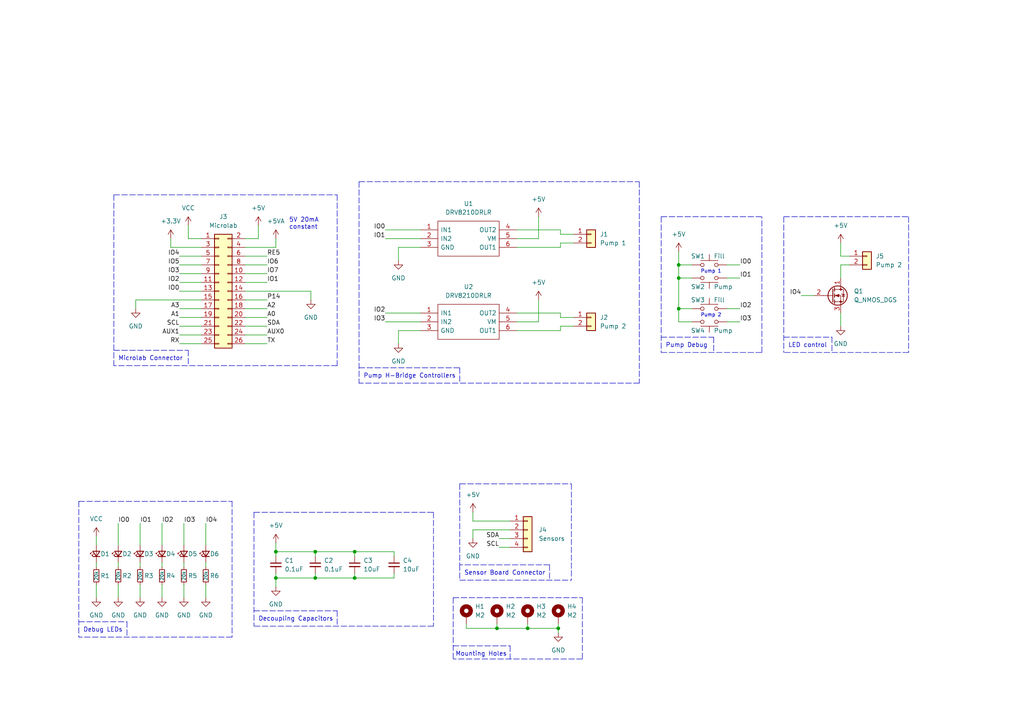
<source format=kicad_sch>
(kicad_sch (version 20211123) (generator eeschema)
  (paper "A4")
  (lib_symbols
    (symbol "Connector_Generic:Conn_01x02" (pin_names (offset 1.016) hide)
      (property "Reference" "J" (at 0 2.54 0))
      (property "Value" "Conn_01x02" (at 0 -5.08 0))
      (symbol "Conn_01x02_1_1"
        (rectangle (start -1.27 -2.413) (end 0 -2.667) (stroke (width 0.1524)))
        (rectangle (start -1.27 0.127) (end 0 -0.127) (stroke (width 0.1524)))
        (rectangle (start -1.27 1.27) (end 1.27 -3.81) (stroke (width 0.254)) (fill (type background)))
        (pin passive line (at -5.08 0 0) (length 3.81) (name "Pin_1") (number "1"))
        (pin passive line (at -5.08 -2.54 0) (length 3.81) (name "Pin_2") (number "2"))
      )
    )
    (symbol "Connector_Generic:Conn_01x04" (pin_names (offset 1.016) hide)
      (property "Reference" "J" (at 0 5.08 0))
      (property "Value" "Conn_01x04" (at 0 -7.62 0))
      (symbol "Conn_01x04_1_1"
        (rectangle (start -1.27 -4.953) (end 0 -5.207) (stroke (width 0.1524)))
        (rectangle (start -1.27 -2.413) (end 0 -2.667) (stroke (width 0.1524)))
        (rectangle (start -1.27 0.127) (end 0 -0.127) (stroke (width 0.1524)))
        (rectangle (start -1.27 2.667) (end 0 2.413) (stroke (width 0.1524)))
        (rectangle (start -1.27 3.81) (end 1.27 -6.35) (stroke (width 0.254)) (fill (type background)))
        (pin passive line (at -5.08 2.54 0) (length 3.81) (name "Pin_1") (number "1"))
        (pin passive line (at -5.08 0 0) (length 3.81) (name "Pin_2") (number "2"))
        (pin passive line (at -5.08 -2.54 0) (length 3.81) (name "Pin_3") (number "3"))
        (pin passive line (at -5.08 -5.08 0) (length 3.81) (name "Pin_4") (number "4"))
      )
    )
    (symbol "Connector_Generic:Conn_02x13_Odd_Even" (pin_names (offset 1.016) hide)
      (property "Reference" "J" (at 1.27 17.78 0))
      (property "Value" "Conn_02x13_Odd_Even" (at 1.27 -17.78 0))
      (symbol "Conn_02x13_Odd_Even_1_1"
        (rectangle (start -1.27 -15.113) (end 0 -15.367) (stroke (width 0.1524)))
        (rectangle (start -1.27 -12.573) (end 0 -12.827) (stroke (width 0.1524)))
        (rectangle (start -1.27 -10.033) (end 0 -10.287) (stroke (width 0.1524)))
        (rectangle (start -1.27 -7.493) (end 0 -7.747) (stroke (width 0.1524)))
        (rectangle (start -1.27 -4.953) (end 0 -5.207) (stroke (width 0.1524)))
        (rectangle (start -1.27 -2.413) (end 0 -2.667) (stroke (width 0.1524)))
        (rectangle (start -1.27 0.127) (end 0 -0.127) (stroke (width 0.1524)))
        (rectangle (start -1.27 2.667) (end 0 2.413) (stroke (width 0.1524)))
        (rectangle (start -1.27 5.207) (end 0 4.953) (stroke (width 0.1524)))
        (rectangle (start -1.27 7.747) (end 0 7.493) (stroke (width 0.1524)))
        (rectangle (start -1.27 10.287) (end 0 10.033) (stroke (width 0.1524)))
        (rectangle (start -1.27 12.827) (end 0 12.573) (stroke (width 0.1524)))
        (rectangle (start -1.27 15.367) (end 0 15.113) (stroke (width 0.1524)))
        (rectangle (start -1.27 16.51) (end 3.81 -16.51) (stroke (width 0.254)) (fill (type background)))
        (rectangle (start 3.81 -15.113) (end 2.54 -15.367) (stroke (width 0.1524)))
        (rectangle (start 3.81 -12.573) (end 2.54 -12.827) (stroke (width 0.1524)))
        (rectangle (start 3.81 -10.033) (end 2.54 -10.287) (stroke (width 0.1524)))
        (rectangle (start 3.81 -7.493) (end 2.54 -7.747) (stroke (width 0.1524)))
        (rectangle (start 3.81 -4.953) (end 2.54 -5.207) (stroke (width 0.1524)))
        (rectangle (start 3.81 -2.413) (end 2.54 -2.667) (stroke (width 0.1524)))
        (rectangle (start 3.81 0.127) (end 2.54 -0.127) (stroke (width 0.1524)))
        (rectangle (start 3.81 2.667) (end 2.54 2.413) (stroke (width 0.1524)))
        (rectangle (start 3.81 5.207) (end 2.54 4.953) (stroke (width 0.1524)))
        (rectangle (start 3.81 7.747) (end 2.54 7.493) (stroke (width 0.1524)))
        (rectangle (start 3.81 10.287) (end 2.54 10.033) (stroke (width 0.1524)))
        (rectangle (start 3.81 12.827) (end 2.54 12.573) (stroke (width 0.1524)))
        (rectangle (start 3.81 15.367) (end 2.54 15.113) (stroke (width 0.1524)))
        (pin passive line (at -5.08 15.24 0) (length 3.81) (name "Pin_1") (number "1"))
        (pin passive line (at 7.62 5.08 180) (length 3.81) (name "Pin_10") (number "10"))
        (pin passive line (at -5.08 2.54 0) (length 3.81) (name "Pin_11") (number "11"))
        (pin passive line (at 7.62 2.54 180) (length 3.81) (name "Pin_12") (number "12"))
        (pin passive line (at -5.08 0 0) (length 3.81) (name "Pin_13") (number "13"))
        (pin passive line (at 7.62 0 180) (length 3.81) (name "Pin_14") (number "14"))
        (pin passive line (at -5.08 -2.54 0) (length 3.81) (name "Pin_15") (number "15"))
        (pin passive line (at 7.62 -2.54 180) (length 3.81) (name "Pin_16") (number "16"))
        (pin passive line (at -5.08 -5.08 0) (length 3.81) (name "Pin_17") (number "17"))
        (pin passive line (at 7.62 -5.08 180) (length 3.81) (name "Pin_18") (number "18"))
        (pin passive line (at -5.08 -7.62 0) (length 3.81) (name "Pin_19") (number "19"))
        (pin passive line (at 7.62 15.24 180) (length 3.81) (name "Pin_2") (number "2"))
        (pin passive line (at 7.62 -7.62 180) (length 3.81) (name "Pin_20") (number "20"))
        (pin passive line (at -5.08 -10.16 0) (length 3.81) (name "Pin_21") (number "21"))
        (pin passive line (at 7.62 -10.16 180) (length 3.81) (name "Pin_22") (number "22"))
        (pin passive line (at -5.08 -12.7 0) (length 3.81) (name "Pin_23") (number "23"))
        (pin passive line (at 7.62 -12.7 180) (length 3.81) (name "Pin_24") (number "24"))
        (pin passive line (at -5.08 -15.24 0) (length 3.81) (name "Pin_25") (number "25"))
        (pin passive line (at 7.62 -15.24 180) (length 3.81) (name "Pin_26") (number "26"))
        (pin passive line (at -5.08 12.7 0) (length 3.81) (name "Pin_3") (number "3"))
        (pin passive line (at 7.62 12.7 180) (length 3.81) (name "Pin_4") (number "4"))
        (pin passive line (at -5.08 10.16 0) (length 3.81) (name "Pin_5") (number "5"))
        (pin passive line (at 7.62 10.16 180) (length 3.81) (name "Pin_6") (number "6"))
        (pin passive line (at -5.08 7.62 0) (length 3.81) (name "Pin_7") (number "7"))
        (pin passive line (at 7.62 7.62 180) (length 3.81) (name "Pin_8") (number "8"))
        (pin passive line (at -5.08 5.08 0) (length 3.81) (name "Pin_9") (number "9"))
      )
    )
    (symbol "Device:C_Small" (pin_numbers hide) (pin_names (offset 0.254) hide)
      (property "Reference" "C" (at 0.254 1.778 0))
      (property "Value" "C_Small" (at 0.254 -2.032 0))
      (symbol "C_Small_0_1"
        (polyline (pts (xy -1.524 -0.508) (xy 1.524 -0.508)) (stroke (width 0.3302)))
        (polyline (pts (xy -1.524 0.508) (xy 1.524 0.508)) (stroke (width 0.3048)))
      )
      (symbol "C_Small_1_1"
        (pin passive line (at 0 2.54 270) (length 2.032) (name "~") (number "1"))
        (pin passive line (at 0 -2.54 90) (length 2.032) (name "~") (number "2"))
      )
    )
    (symbol "Device:LED_Small" (pin_numbers hide) (pin_names (offset 0.254) hide)
      (property "Reference" "D" (at -1.27 3.175 0))
      (property "Value" "LED_Small" (at -4.445 -2.54 0))
      (symbol "LED_Small_0_1"
        (polyline (pts (xy -0.762 -1.016) (xy -0.762 1.016)) (stroke (width 0.254)))
        (polyline (pts (xy 1.016 0) (xy -0.762 0)))
        (polyline (pts (xy 0.762 -1.016) (xy -0.762 0) (xy 0.762 1.016) (xy 0.762 -1.016)) (stroke (width 0.254)))
        (polyline (pts (xy 0 0.762) (xy -0.508 1.27) (xy -0.254 1.27) (xy -0.508 1.27) (xy -0.508 1.016)))
        (polyline (pts (xy 0.508 1.27) (xy 0 1.778) (xy 0.254 1.778) (xy 0 1.778) (xy 0 1.524)))
      )
      (symbol "LED_Small_1_1"
        (pin passive line (at -2.54 0 0) (length 1.778) (name "K") (number "1"))
        (pin passive line (at 2.54 0 180) (length 1.778) (name "A") (number "2"))
      )
    )
    (symbol "Device:Q_NMOS_DGS" (pin_names (offset 0) hide)
      (property "Reference" "Q" (at 5.08 1.27 0))
      (property "Value" "Q_NMOS_DGS" (at 5.08 -1.27 0))
      (symbol "Q_NMOS_DGS_0_1"
        (polyline (pts (xy 0.254 0) (xy -2.54 0)))
        (polyline (pts (xy 0.254 1.905) (xy 0.254 -1.905)) (stroke (width 0.254)))
        (polyline (pts (xy 0.762 -1.27) (xy 0.762 -2.286)) (stroke (width 0.254)))
        (polyline (pts (xy 0.762 0.508) (xy 0.762 -0.508)) (stroke (width 0.254)))
        (polyline (pts (xy 0.762 2.286) (xy 0.762 1.27)) (stroke (width 0.254)))
        (polyline (pts (xy 2.54 2.54) (xy 2.54 1.778)))
        (polyline (pts (xy 2.54 -2.54) (xy 2.54 0) (xy 0.762 0)))
        (polyline (pts (xy 0.762 -1.778) (xy 3.302 -1.778) (xy 3.302 1.778) (xy 0.762 1.778)))
        (polyline (pts (xy 1.016 0) (xy 2.032 0.381) (xy 2.032 -0.381) (xy 1.016 0)) (fill (type outline)))
        (polyline (pts (xy 2.794 0.508) (xy 2.921 0.381) (xy 3.683 0.381) (xy 3.81 0.254)))
        (polyline (pts (xy 3.302 0.381) (xy 2.921 -0.254) (xy 3.683 -0.254) (xy 3.302 0.381)))
        (circle (center 1.651 0) (radius 2.794) (stroke (width 0.254)))
        (circle (center 2.54 -1.778) (radius 0.254) (fill (type outline)))
        (circle (center 2.54 1.778) (radius 0.254) (fill (type outline)))
      )
      (symbol "Q_NMOS_DGS_1_1"
        (pin passive line (at 2.54 5.08 270) (length 2.54) (name "D") (number "1"))
        (pin input line (at -5.08 0 0) (length 2.54) (name "G") (number "2"))
        (pin passive line (at 2.54 -5.08 90) (length 2.54) (name "S") (number "3"))
      )
    )
    (symbol "Device:R_Small" (pin_numbers hide) (pin_names (offset 0.254) hide)
      (property "Reference" "R" (at 0.762 0.508 0))
      (property "Value" "R_Small" (at 0.762 -1.016 0))
      (symbol "R_Small_0_1"
        (rectangle (start -0.762 1.778) (end 0.762 -1.778) (stroke (width 0.2032)))
      )
      (symbol "R_Small_1_1"
        (pin passive line (at 0 2.54 270) (length 0.762) (name "~") (number "1"))
        (pin passive line (at 0 -2.54 90) (length 0.762) (name "~") (number "2"))
      )
    )
    (symbol "Mechanical:MountingHole_Pad" (pin_numbers hide) (pin_names (offset 1.016) hide)
      (property "Reference" "H" (at 0 6.35 0))
      (property "Value" "MountingHole_Pad" (at 0 4.445 0))
      (symbol "MountingHole_Pad_0_1"
        (circle (center 0 1.27) (radius 1.27) (stroke (width 1.27)))
      )
      (symbol "MountingHole_Pad_1_1"
        (pin input line (at 0 -2.54 90) (length 2.54) (name "1") (number "1"))
      )
    )
    (symbol "Mouser:DRV8210DRLR" (pin_names (offset 0.762))
      (property "Reference" "IC" (at 24.13 7.62 0))
      (property "Value" "DRV8210DRLR" (at 24.13 5.08 0))
      (symbol "DRV8210DRLR_0_0"
        (pin passive line (at 0 0 0) (length 5.08) (name "IN1") (number "1"))
        (pin passive line (at 0 -2.54 0) (length 5.08) (name "IN2") (number "2"))
        (pin passive line (at 0 -5.08 0) (length 5.08) (name "GND") (number "3"))
        (pin passive line (at 27.94 0 180) (length 5.08) (name "OUT2") (number "4"))
        (pin passive line (at 27.94 -2.54 180) (length 5.08) (name "VM") (number "5"))
        (pin passive line (at 27.94 -5.08 180) (length 5.08) (name "OUT1") (number "6"))
      )
      (symbol "DRV8210DRLR_0_1"
        (polyline (pts (xy 5.08 2.54) (xy 22.86 2.54) (xy 22.86 -7.62) (xy 5.08 -7.62) (xy 5.08 2.54)) (stroke (width 0.1524)))
      )
    )
    (symbol "Switch:SW_Push" (pin_numbers hide) (pin_names (offset 1.016) hide)
      (property "Reference" "SW" (at 1.27 2.54 0))
      (property "Value" "SW_Push" (at 0 -1.524 0))
      (symbol "SW_Push_0_1"
        (circle (center -2.032 0) (radius 0.508))
        (polyline (pts (xy 0 1.27) (xy 0 3.048)))
        (polyline (pts (xy 2.54 1.27) (xy -2.54 1.27)))
        (circle (center 2.032 0) (radius 0.508))
        (pin passive line (at -5.08 0 0) (length 2.54) (name "1") (number "1"))
        (pin passive line (at 5.08 0 180) (length 2.54) (name "2") (number "2"))
      )
    )
    (symbol "power:+3.3V" (power) (pin_names (offset 0))
      (property "Value" "+3.3V" (at 0 3.556 0))
      (symbol "+3.3V_0_1"
        (polyline (pts (xy -0.762 1.27) (xy 0 2.54)))
        (polyline (pts (xy 0 0) (xy 0 2.54)))
        (polyline (pts (xy 0 2.54) (xy 0.762 1.27)))
      )
      (symbol "+3.3V_1_1"
        (pin power_in line (at 0 0 90) (length 0) hide (name "+3.3V") (number "1"))
      )
    )
    (symbol "power:+5V" (power) (pin_names (offset 0))
      (property "Value" "+5V" (at 0 3.556 0))
      (symbol "+5V_0_1"
        (polyline (pts (xy -0.762 1.27) (xy 0 2.54)))
        (polyline (pts (xy 0 0) (xy 0 2.54)))
        (polyline (pts (xy 0 2.54) (xy 0.762 1.27)))
      )
      (symbol "+5V_1_1"
        (pin power_in line (at 0 0 90) (length 0) hide (name "+5V") (number "1"))
      )
    )
    (symbol "power:+5VA" (power) (pin_names (offset 0))
      (property "Value" "+5VA" (at 0 3.556 0))
      (symbol "+5VA_0_1"
        (polyline (pts (xy -0.762 1.27) (xy 0 2.54)))
        (polyline (pts (xy 0 0) (xy 0 2.54)))
        (polyline (pts (xy 0 2.54) (xy 0.762 1.27)))
      )
      (symbol "+5VA_1_1"
        (pin power_in line (at 0 0 90) (length 0) hide (name "+5VA") (number "1"))
      )
    )
    (symbol "power:GND" (power) (pin_names (offset 0))
      (property "Value" "GND" (at 0 -3.81 0))
      (symbol "GND_0_1"
        (polyline (pts (xy 0 0) (xy 0 -1.27) (xy 1.27 -1.27) (xy 0 -2.54) (xy -1.27 -1.27) (xy 0 -1.27)))
      )
      (symbol "GND_1_1"
        (pin power_in line (at 0 0 270) (length 0) hide (name "GND") (number "1"))
      )
    )
    (symbol "power:VCC" (power) (pin_names (offset 0))
      (property "Value" "VCC" (at 0 3.81 0))
      (symbol "VCC_0_1"
        (polyline (pts (xy -0.762 1.27) (xy 0 2.54)))
        (polyline (pts (xy 0 0) (xy 0 2.54)))
        (polyline (pts (xy 0 2.54) (xy 0.762 1.27)))
      )
      (symbol "VCC_1_1"
        (pin power_in line (at 0 0 90) (length 0) hide (name "VCC") (number "1"))
      )
    )
  )
  (junction (at 102.87 160.02))
  (junction (at 80.01 167.64))
  (junction (at 196.85 76.835))
  (junction (at 161.925 182.245))
  (junction (at 80.01 160.02))
  (junction (at 102.87 167.64))
  (junction (at 196.85 89.535))
  (junction (at 91.44 160.02))
  (junction (at 153.035 182.245))
  (junction (at 91.44 167.64))
  (junction (at 196.85 80.645))
  (junction (at 144.145 182.245))
  (polyline (pts (xy 22.86 145.415) (xy 22.86 184.785)))
  (wire (pts (xy 34.29 169.545) (xy 34.29 173.355)))
  (polyline (pts (xy 185.42 111.125) (xy 104.14 111.125)))
  (wire (pts (xy 27.94 163.195) (xy 27.94 164.465)))
  (wire (pts (xy 147.955 151.13) (xy 137.16 151.13)))
  (wire (pts (xy 71.12 92.075) (xy 77.47 92.075)))
  (wire (pts (xy 144.145 182.245) (xy 153.035 182.245)))
  (wire (pts (xy 71.12 84.455) (xy 90.17 84.455)))
  (wire (pts (xy 161.925 183.515) (xy 161.925 182.245)))
  (polyline (pts (xy 125.73 148.59) (xy 125.73 181.61)))
  (wire (pts (xy 71.12 97.155) (xy 77.47 97.155)))
  (wire (pts (xy 46.99 169.545) (xy 46.99 173.355)))
  (wire (pts (xy 52.07 81.915) (xy 58.42 81.915)))
  (wire (pts (xy 58.42 86.995) (xy 39.37 86.995)))
  (wire (pts (xy 232.41 85.725) (xy 236.22 85.725)))
  (wire (pts (xy 115.57 99.695) (xy 115.57 95.885)))
  (polyline (pts (xy 125.73 181.61) (xy 73.66 181.61)))
  (wire (pts (xy 114.3 167.64) (xy 114.3 166.37)))
  (polyline (pts (xy 73.66 148.59) (xy 125.73 148.59)))
  (polyline (pts (xy 22.86 145.415) (xy 67.31 145.415)))
  (wire (pts (xy 162.56 71.755) (xy 149.86 71.755)))
  (wire (pts (xy 200.66 93.345) (xy 196.85 93.345)))
  (wire (pts (xy 80.01 157.48) (xy 80.01 160.02)))
  (wire (pts (xy 115.57 75.565) (xy 115.57 71.755)))
  (wire (pts (xy 149.86 66.675) (xy 162.56 66.675)))
  (wire (pts (xy 196.85 76.835) (xy 196.85 80.645)))
  (wire (pts (xy 52.07 79.375) (xy 58.42 79.375)))
  (polyline (pts (xy 33.02 101.6) (xy 54.61 101.6)))
  (wire (pts (xy 52.07 94.615) (xy 58.42 94.615)))
  (polyline (pts (xy 227.33 62.865) (xy 263.525 62.865)))
  (wire (pts (xy 52.07 97.155) (xy 58.42 97.155)))
  (polyline (pts (xy 147.955 187.325) (xy 147.955 191.135)))
  (polyline (pts (xy 191.77 102.235) (xy 220.98 102.235)))
  (polyline (pts (xy 263.525 62.865) (xy 263.525 102.235)))
  (wire (pts (xy 90.17 84.455) (xy 90.17 86.995)))
  (wire (pts (xy 111.76 90.805) (xy 121.92 90.805)))
  (wire (pts (xy 102.87 160.02) (xy 114.3 160.02)))
  (polyline (pts (xy 191.77 97.79) (xy 207.01 97.79)))
  (wire (pts (xy 161.925 182.245) (xy 161.925 180.975)))
  (polyline (pts (xy 159.385 163.83) (xy 133.35 163.83)))
  (wire (pts (xy 71.12 76.835) (xy 77.47 76.835)))
  (wire (pts (xy 71.12 69.215) (xy 74.93 69.215)))
  (wire (pts (xy 74.93 69.215) (xy 74.93 65.405)))
  (wire (pts (xy 135.255 180.975) (xy 135.255 182.245)))
  (polyline (pts (xy 133.35 106.68) (xy 133.35 111.125)))
  (wire (pts (xy 71.12 89.535) (xy 77.47 89.535)))
  (wire (pts (xy 71.12 94.615) (xy 77.47 94.615)))
  (wire (pts (xy 162.56 92.075) (xy 166.37 92.075)))
  (wire (pts (xy 40.64 169.545) (xy 40.64 173.355)))
  (wire (pts (xy 166.37 70.485) (xy 162.56 70.485)))
  (wire (pts (xy 52.07 84.455) (xy 58.42 84.455)))
  (polyline (pts (xy 73.66 177.165) (xy 97.79 177.165)))
  (wire (pts (xy 135.255 182.245) (xy 144.145 182.245)))
  (wire (pts (xy 49.53 69.215) (xy 49.53 71.755)))
  (wire (pts (xy 52.07 92.075) (xy 58.42 92.075)))
  (polyline (pts (xy 133.35 140.335) (xy 165.735 140.335)))
  (wire (pts (xy 71.12 79.375) (xy 77.47 79.375)))
  (polyline (pts (xy 207.01 97.79) (xy 207.01 102.235)))
  (polyline (pts (xy 104.14 52.705) (xy 104.14 111.125)))
  (wire (pts (xy 71.12 86.995) (xy 77.47 86.995)))
  (wire (pts (xy 144.145 180.975) (xy 144.145 182.245)))
  (wire (pts (xy 80.01 167.64) (xy 91.44 167.64)))
  (polyline (pts (xy 133.35 163.83) (xy 133.35 168.275)))
  (polyline (pts (xy 227.33 62.865) (xy 227.33 102.235)))
  (wire (pts (xy 53.34 151.765) (xy 53.34 158.115)))
  (wire (pts (xy 243.84 74.295) (xy 246.38 74.295)))
  (wire (pts (xy 156.21 93.345) (xy 149.86 93.345)))
  (wire (pts (xy 196.85 80.645) (xy 196.85 89.535)))
  (polyline (pts (xy 36.83 180.34) (xy 36.83 184.785)))
  (wire (pts (xy 80.01 167.64) (xy 80.01 170.18)))
  (wire (pts (xy 91.44 166.37) (xy 91.44 167.64)))
  (wire (pts (xy 102.87 166.37) (xy 102.87 167.64)))
  (wire (pts (xy 52.07 74.295) (xy 58.42 74.295)))
  (wire (pts (xy 40.64 163.195) (xy 40.64 164.465)))
  (wire (pts (xy 162.56 90.805) (xy 162.56 92.075)))
  (polyline (pts (xy 73.66 148.59) (xy 73.66 181.61)))
  (wire (pts (xy 246.38 76.835) (xy 243.84 76.835)))
  (wire (pts (xy 54.61 69.215) (xy 58.42 69.215)))
  (wire (pts (xy 111.76 66.675) (xy 121.92 66.675)))
  (wire (pts (xy 71.12 81.915) (xy 77.47 81.915)))
  (wire (pts (xy 153.035 180.975) (xy 153.035 182.245)))
  (polyline (pts (xy 191.77 62.865) (xy 191.77 102.235)))
  (polyline (pts (xy 185.42 52.705) (xy 185.42 111.125)))
  (wire (pts (xy 34.29 163.195) (xy 34.29 164.465)))
  (polyline (pts (xy 97.79 56.515) (xy 97.79 106.045)))
  (wire (pts (xy 27.94 169.545) (xy 27.94 173.355)))
  (wire (pts (xy 115.57 95.885) (xy 121.92 95.885)))
  (polyline (pts (xy 54.61 101.6) (xy 54.61 106.045)))
  (polyline (pts (xy 104.14 52.705) (xy 185.42 52.705)))
  (polyline (pts (xy 33.02 56.515) (xy 33.02 106.045)))
  (wire (pts (xy 52.07 89.535) (xy 58.42 89.535)))
  (polyline (pts (xy 67.31 184.785) (xy 22.86 184.785)))
  (wire (pts (xy 111.76 69.215) (xy 121.92 69.215)))
  (wire (pts (xy 102.87 160.02) (xy 102.87 161.29)))
  (wire (pts (xy 49.53 71.755) (xy 58.42 71.755)))
  (wire (pts (xy 27.94 158.115) (xy 27.94 155.575)))
  (wire (pts (xy 53.34 163.195) (xy 53.34 164.465)))
  (wire (pts (xy 40.64 151.765) (xy 40.64 158.115)))
  (wire (pts (xy 137.16 156.21) (xy 137.16 153.67)))
  (polyline (pts (xy 33.02 56.515) (xy 97.79 56.515)))
  (polyline (pts (xy 168.91 173.355) (xy 168.91 191.135)))
  (wire (pts (xy 144.78 156.21) (xy 147.955 156.21)))
  (polyline (pts (xy 97.79 177.165) (xy 97.79 181.61)))
  (wire (pts (xy 162.56 67.945) (xy 166.37 67.945)))
  (wire (pts (xy 144.78 158.75) (xy 147.955 158.75)))
  (wire (pts (xy 156.21 86.995) (xy 156.21 93.345)))
  (polyline (pts (xy 191.77 62.865) (xy 220.98 62.865)))
  (polyline (pts (xy 133.35 140.335) (xy 133.35 163.83)))
  (polyline (pts (xy 97.79 106.045) (xy 33.02 106.045)))
  (wire (pts (xy 59.69 169.545) (xy 59.69 173.355)))
  (wire (pts (xy 39.37 86.995) (xy 39.37 89.535)))
  (polyline (pts (xy 133.35 168.275) (xy 165.735 168.275)))
  (wire (pts (xy 52.07 99.695) (xy 58.42 99.695)))
  (wire (pts (xy 210.82 80.645) (xy 214.63 80.645)))
  (wire (pts (xy 46.99 151.765) (xy 46.99 158.115)))
  (wire (pts (xy 80.01 166.37) (xy 80.01 167.64)))
  (wire (pts (xy 196.85 93.345) (xy 196.85 89.535)))
  (wire (pts (xy 80.01 160.02) (xy 91.44 160.02)))
  (wire (pts (xy 46.99 163.195) (xy 46.99 164.465)))
  (wire (pts (xy 91.44 167.64) (xy 102.87 167.64)))
  (wire (pts (xy 71.12 74.295) (xy 77.47 74.295)))
  (wire (pts (xy 71.12 99.695) (xy 77.47 99.695)))
  (wire (pts (xy 156.21 62.865) (xy 156.21 69.215)))
  (wire (pts (xy 34.29 151.765) (xy 34.29 158.115)))
  (wire (pts (xy 102.87 167.64) (xy 114.3 167.64)))
  (polyline (pts (xy 104.14 106.68) (xy 133.35 106.68)))
  (wire (pts (xy 59.69 151.765) (xy 59.69 158.115)))
  (wire (pts (xy 196.85 89.535) (xy 200.66 89.535)))
  (wire (pts (xy 166.37 94.615) (xy 162.56 94.615)))
  (wire (pts (xy 196.85 76.835) (xy 200.66 76.835)))
  (wire (pts (xy 196.85 80.645) (xy 200.66 80.645)))
  (wire (pts (xy 153.035 182.245) (xy 161.925 182.245)))
  (polyline (pts (xy 22.86 180.34) (xy 36.83 180.34)))
  (wire (pts (xy 162.56 66.675) (xy 162.56 67.945)))
  (wire (pts (xy 91.44 160.02) (xy 102.87 160.02)))
  (polyline (pts (xy 131.445 187.325) (xy 147.955 187.325)))
  (polyline (pts (xy 159.385 163.83) (xy 159.385 168.275)))
  (wire (pts (xy 210.82 93.345) (xy 214.63 93.345)))
  (polyline (pts (xy 131.445 173.355) (xy 131.445 191.135)))
  (polyline (pts (xy 220.98 102.235) (xy 220.98 62.865)))
  (wire (pts (xy 210.82 89.535) (xy 214.63 89.535)))
  (wire (pts (xy 149.86 90.805) (xy 162.56 90.805)))
  (wire (pts (xy 156.21 69.215) (xy 149.86 69.215)))
  (wire (pts (xy 162.56 95.885) (xy 149.86 95.885)))
  (wire (pts (xy 91.44 160.02) (xy 91.44 161.29)))
  (wire (pts (xy 137.16 153.67) (xy 147.955 153.67)))
  (wire (pts (xy 80.01 160.02) (xy 80.01 161.29)))
  (polyline (pts (xy 131.445 173.355) (xy 168.91 173.355)))
  (wire (pts (xy 52.07 76.835) (xy 58.42 76.835)))
  (polyline (pts (xy 67.31 145.415) (xy 67.31 184.785)))
  (polyline (pts (xy 241.3 97.79) (xy 241.3 102.235)))
  (wire (pts (xy 53.34 169.545) (xy 53.34 173.355)))
  (wire (pts (xy 162.56 94.615) (xy 162.56 95.885)))
  (wire (pts (xy 243.84 70.485) (xy 243.84 74.295)))
  (wire (pts (xy 196.85 73.025) (xy 196.85 76.835)))
  (polyline (pts (xy 227.33 97.79) (xy 241.3 97.79)))
  (polyline (pts (xy 263.525 102.235) (xy 227.33 102.235)))
  (wire (pts (xy 80.01 71.755) (xy 80.01 69.215)))
  (wire (pts (xy 243.84 90.805) (xy 243.84 94.615)))
  (wire (pts (xy 71.12 71.755) (xy 80.01 71.755)))
  (wire (pts (xy 114.3 160.02) (xy 114.3 161.29)))
  (wire (pts (xy 243.84 76.835) (xy 243.84 80.645)))
  (wire (pts (xy 137.16 148.59) (xy 137.16 151.13)))
  (wire (pts (xy 111.76 93.345) (xy 121.92 93.345)))
  (wire (pts (xy 115.57 71.755) (xy 121.92 71.755)))
  (wire (pts (xy 59.69 163.195) (xy 59.69 164.465)))
  (wire (pts (xy 54.61 65.405) (xy 54.61 69.215)))
  (wire (pts (xy 162.56 70.485) (xy 162.56 71.755)))
  (wire (pts (xy 210.82 76.835) (xy 214.63 76.835)))
  (polyline (pts (xy 168.91 191.135) (xy 131.445 191.135)))
  (polyline (pts (xy 165.735 140.335) (xy 165.735 168.275)))
  (text "Pump H-Bridge Controllers" (at 105.41 109.855 0) (effects (font (size 1.27 1.27)) (justify left bottom)))
  (text "LED control" (at 228.6 100.965 0) (effects (font (size 1.27 1.27)) (justify left bottom)))
  (text "Pump 1" (at 203.2 79.375 0) (effects (font (size 1 1)) (justify left bottom)))
  (text "Microlab Connector\n" (at 34.29 104.775 0) (effects (font (size 1.27 1.27)) (justify left bottom)))
  (text "5V 20mA \nconstant" (at 83.82 66.675 0) (effects (font (size 1.27 1.27)) (justify left bottom)))
  (text "Debug LEDs" (at 24.13 183.515 0) (effects (font (size 1.27 1.27)) (justify left bottom)))
  (text "Mounting Holes" (at 132.08 190.5 0) (effects (font (size 1.27 1.27)) (justify left bottom)))
  (text "Pump Debug" (at 193.04 100.965 0) (effects (font (size 1.27 1.27)) (justify left bottom)))
  (text "Decoupling Capacitors" (at 74.93 180.34 0) (effects (font (size 1.27 1.27)) (justify left bottom)))
  (text "Pump 2" (at 203.2 92.075 0) (effects (font (size 1 1)) (justify left bottom)))
  (text "Sensor Board Connector" (at 134.62 167.005 0) (effects (font (size 1.27 1.27)) (justify left bottom)))
  (label "IO4" (at 59.69 151.765 0))
  (label "IO4" (at 232.41 85.725 180))
  (label "SDA" (at 144.78 156.21 180))
  (label "IO7" (at 77.47 79.375 0))
  (label "IO0" (at 111.76 66.675 180))
  (label " IO3" (at 52.07 79.375 180))
  (label "IO0" (at 214.63 76.835 0))
  (label "IO3" (at 111.76 93.345 180))
  (label "TX" (at 77.47 99.695 0))
  (label "A0" (at 77.47 92.075 0))
  (label "IO1" (at 214.63 80.645 0))
  (label "AUX0" (at 77.47 97.155 0))
  (label "SCL" (at 52.07 94.615 180))
  (label "IO3" (at 214.63 93.345 0))
  (label "IO2" (at 214.63 89.535 0))
  (label "A3" (at 52.07 89.535 180))
  (label "A2" (at 77.47 89.535 0))
  (label "IO1" (at 77.47 81.915 0))
  (label "P14" (at 77.47 86.995 0))
  (label "SCL" (at 144.78 158.75 180))
  (label "IO4" (at 52.07 74.295 180))
  (label "IO0" (at 34.29 151.765 0))
  (label "IO3" (at 53.34 151.765 0))
  (label "IO0" (at 52.07 84.455 180))
  (label "IO1" (at 40.64 151.765 0))
  (label "IO2" (at 52.07 81.915 180))
  (label "IO2" (at 111.76 90.805 180))
  (label "RX" (at 52.07 99.695 180))
  (label "IO1" (at 111.76 69.215 180))
  (label "RE5" (at 77.47 74.295 0))
  (label "IO5" (at 52.07 76.835 180))
  (label "A1" (at 52.07 92.075 180))
  (label "AUX1" (at 52.07 97.155 180))
  (label "IO2" (at 46.99 151.765 0))
  (label "IO6" (at 77.47 76.835 0))
  (label "SDA" (at 77.47 94.615 0))
  (symbol (lib_id "Mouser:DRV8210DRLR") (at 121.92 90.805 0) (unit 1)
    (property "Reference" "U2" (at 135.89 83.185 0))
    (property "Value" "DRV8210DRLR" (at 135.89 85.725 0))
    (property "Footprint" "Mouser:SOTFL50P160X60-6N" (effects hide))
    (property "Datasheet" "https://www.ti.com/lit/ds/symlink/drv8210.pdf?ts=1641207817417&ref_url=https%253A%252F%252Fwww.google.com%252F" (effects hide))
    (property "Description" "Motor / Motion / Ignition Controllers & Drivers 12-V, 1.76-A brushed DC motor driver with auto sleep mode" (effects hide))
    (property "Height" "0.6" (effects hide))
    (property "Mouser Part Number" "595-DRV8210DRLR" (effects hide))
    (property "Mouser Price/Stock" "https://www.mouser.co.uk/ProductDetail/Texas-Instruments/DRV8210DRLR?qs=7D1LtPJG0i1B1CHsXZuruQ%3D%3D" (effects hide))
    (property "Manufacturer_Name" "Texas Instruments" (effects hide))
    (property "Manufacturer_Part_Number" "DRV8210DRLR" (effects hide))
  )
  (symbol (lib_id "Device:C_Small") (at 91.44 163.83 0) (unit 1)
    (property "Reference" "C2" (at 93.98 162.5662 0) (effects (justify left)))
    (property "Value" "0.1uF" (at 93.98 165.1062 0) (effects (justify left)))
    (property "Footprint" "Capacitor_SMD:C_0402_1005Metric_Pad0.74x0.62mm_HandSolder" (effects hide))
  )
  (symbol (lib_id "Switch:SW_Push") (at 205.74 93.345 0) (mirror x) (unit 1)
    (property "Reference" "SW4" (at 204.47 95.885 0) (effects (justify right)))
    (property "Value" "Pump" (at 207.01 95.885 0) (effects (justify left)))
    (property "Footprint" "Button_Switch_SMD:SW_SPST_B3U-3000P" (effects hide))
  )
  (symbol (lib_id "power:GND") (at 243.84 94.615 0) (unit 1)
    (property "Reference" "#PWR0119" (effects hide))
    (property "Value" "GND" (at 243.84 99.695 0))
  )
  (symbol (lib_id "power:GND") (at 80.01 170.18 0) (unit 1)
    (property "Reference" "#PWR0108" (effects hide))
    (property "Value" "GND" (at 80.01 175.26 0))
  )
  (symbol (lib_id "Connector_Generic:Conn_01x04") (at 153.035 153.67 0) (unit 1)
    (property "Reference" "J4" (at 156.21 153.6699 0) (effects (justify left)))
    (property "Value" "Sensors" (at 156.21 156.2099 0) (effects (justify left)))
    (property "Footprint" "Connector_JST:JST_SH_BM04B-SRSS-TB_1x04-1MP_P1.00mm_Vertical" (effects hide))
  )
  (symbol (lib_id "Switch:SW_Push") (at 205.74 80.645 0) (mirror x) (unit 1)
    (property "Reference" "SW2" (at 204.47 83.185 0) (effects (justify right)))
    (property "Value" "Pump" (at 207.01 83.185 0) (effects (justify left)))
    (property "Footprint" "Button_Switch_SMD:SW_SPST_B3U-3000P" (effects hide))
  )
  (symbol (lib_id "power:+3.3V") (at 49.53 69.215 0) (unit 1)
    (property "Reference" "#PWR0101" (effects hide))
    (property "Value" "+3.3V" (at 49.53 64.135 0))
  )
  (symbol (lib_id "Device:LED_Small") (at 40.64 160.655 90) (unit 1)
    (property "Reference" "D3" (at 43.18 160.655 90))
    (property "Value" "APHHS1005LSECK/J3-PF" (effects hide))
    (property "Footprint" "LED_SMD:LED_0402_1005Metric_Pad0.77x0.64mm_HandSolder" (effects hide))
  )
  (symbol (lib_id "Device:LED_Small") (at 34.29 160.655 90) (unit 1)
    (property "Reference" "D2" (at 36.83 160.655 90))
    (property "Value" "APHHS1005LSECK/J3-PF" (effects hide))
    (property "Footprint" "LED_SMD:LED_0402_1005Metric_Pad0.77x0.64mm_HandSolder" (effects hide))
  )
  (symbol (lib_id "Mouser:DRV8210DRLR") (at 121.92 66.675 0) (unit 1)
    (property "Reference" "U1" (at 135.89 59.055 0))
    (property "Value" "DRV8210DRLR" (at 135.89 61.595 0))
    (property "Footprint" "Mouser:SOTFL50P160X60-6N" (effects hide))
    (property "Datasheet" "https://www.ti.com/lit/ds/symlink/drv8210.pdf?ts=1641207817417&ref_url=https%253A%252F%252Fwww.google.com%252F" (effects hide))
    (property "Description" "Motor / Motion / Ignition Controllers & Drivers 12-V, 1.76-A brushed DC motor driver with auto sleep mode" (effects hide))
    (property "Height" "0.6" (effects hide))
    (property "Mouser Part Number" "595-DRV8210DRLR" (effects hide))
    (property "Mouser Price/Stock" "https://www.mouser.co.uk/ProductDetail/Texas-Instruments/DRV8210DRLR?qs=7D1LtPJG0i1B1CHsXZuruQ%3D%3D" (effects hide))
    (property "Manufacturer_Name" "Texas Instruments" (effects hide))
    (property "Manufacturer_Part_Number" "DRV8210DRLR" (effects hide))
  )
  (symbol (lib_id "power:GND") (at 115.57 99.695 0) (unit 1)
    (property "Reference" "#PWR0113" (effects hide))
    (property "Value" "GND" (at 115.57 104.775 0))
  )
  (symbol (lib_id "Device:Q_NMOS_DGS") (at 241.3 85.725 0) (unit 1)
    (property "Reference" "Q1" (at 247.65 84.4549 0) (effects (justify left)))
    (property "Value" "Q_NMOS_DGS" (at 247.65 86.9949 0) (effects (justify left)))
    (property "Footprint" "Package_TO_SOT_SMD:SOT-23" (effects hide))
  )
  (symbol (lib_id "power:VCC") (at 27.94 155.575 0) (unit 1)
    (property "Reference" "#PWR0115" (effects hide))
    (property "Value" "VCC" (at 27.94 150.495 0))
  )
  (symbol (lib_id "power:GND") (at 46.99 173.355 0) (unit 1)
    (property "Reference" "#PWR0109" (effects hide))
    (property "Value" "GND" (at 46.99 178.435 0))
  )
  (symbol (lib_id "Device:R_Small") (at 40.64 167.005 0) (unit 1)
    (property "Reference" "R3" (at 43.18 167.005 0))
    (property "Value" "20k" (at 40.64 167.005 90) (effects (font (size 1 1))))
    (property "Footprint" "Resistor_SMD:R_0402_1005Metric_Pad0.72x0.64mm_HandSolder" (effects hide))
  )
  (symbol (lib_id "power:GND") (at 59.69 173.355 0) (unit 1)
    (property "Reference" "#PWR0112" (effects hide))
    (property "Value" "GND" (at 59.69 178.435 0))
  )
  (symbol (lib_id "power:GND") (at 39.37 89.535 0) (unit 1)
    (property "Reference" "#PWR0102" (effects hide))
    (property "Value" "GND" (at 39.37 94.615 0))
  )
  (symbol (lib_id "power:GND") (at 161.925 183.515 0) (unit 1)
    (property "Reference" "#PWR0125" (effects hide))
    (property "Value" "GND" (at 161.925 188.595 0))
  )
  (symbol (lib_id "power:GND") (at 53.34 173.355 0) (unit 1)
    (property "Reference" "#PWR0110" (effects hide))
    (property "Value" "GND" (at 53.34 178.435 0))
  )
  (symbol (lib_id "Mechanical:MountingHole_Pad") (at 161.925 178.435 0) (unit 1)
    (property "Reference" "H4" (at 164.465 175.8949 0) (effects (justify left)))
    (property "Value" "M2" (at 164.465 178.4349 0) (effects (justify left)))
    (property "Footprint" "MountingHole:MountingHole_2.2mm_M2_DIN965_Pad" (effects hide))
  )
  (symbol (lib_id "power:GND") (at 34.29 173.355 0) (unit 1)
    (property "Reference" "#PWR0116" (effects hide))
    (property "Value" "GND" (at 34.29 178.435 0))
  )
  (symbol (lib_id "Mechanical:MountingHole_Pad") (at 144.145 178.435 0) (unit 1)
    (property "Reference" "H2" (at 146.685 175.8949 0) (effects (justify left)))
    (property "Value" "M2" (at 146.685 178.4349 0) (effects (justify left)))
    (property "Footprint" "MountingHole:MountingHole_2.2mm_M2_DIN965_Pad" (effects hide))
  )
  (symbol (lib_id "power:VCC") (at 54.61 65.405 0) (unit 1)
    (property "Reference" "#PWR0105" (effects hide))
    (property "Value" "VCC" (at 54.61 60.325 0))
  )
  (symbol (lib_id "power:GND") (at 90.17 86.995 0) (unit 1)
    (property "Reference" "#PWR0104" (effects hide))
    (property "Value" "GND" (at 90.17 92.075 0))
  )
  (symbol (lib_id "Mechanical:MountingHole_Pad") (at 153.035 178.435 0) (unit 1)
    (property "Reference" "H3" (at 155.575 175.8949 0) (effects (justify left)))
    (property "Value" "M2" (at 155.575 178.4349 0) (effects (justify left)))
    (property "Footprint" "MountingHole:MountingHole_2.2mm_M2_DIN965_Pad" (effects hide))
  )
  (symbol (lib_id "power:GND") (at 115.57 75.565 0) (unit 1)
    (property "Reference" "#PWR0114" (effects hide))
    (property "Value" "GND" (at 115.57 80.645 0))
  )
  (symbol (lib_id "Connector_Generic:Conn_02x13_Odd_Even") (at 63.5 84.455 0) (unit 1)
    (property "Reference" "J3" (at 64.77 62.865 0))
    (property "Value" "Microlab" (at 64.77 65.405 0))
    (property "Footprint" "Connector_PinSocket_2.00mm:PinSocket_2x13_P2.00mm_Vertical" (effects hide))
  )
  (symbol (lib_id "Device:R_Small") (at 46.99 167.005 0) (unit 1)
    (property "Reference" "R4" (at 49.53 167.005 0))
    (property "Value" "20k" (at 46.99 167.005 90) (effects (font (size 1 1))))
    (property "Footprint" "Resistor_SMD:R_0402_1005Metric_Pad0.72x0.64mm_HandSolder" (effects hide))
  )
  (symbol (lib_id "Connector_Generic:Conn_01x02") (at 171.45 92.075 0) (unit 1)
    (property "Reference" "J2" (at 173.99 92.0749 0) (effects (justify left)))
    (property "Value" "Pump 2" (at 173.99 94.6149 0) (effects (justify left)))
    (property "Footprint" "Connector_JST:JST_SH_BM02B-SRSS-TB_1x02-1MP_P1.00mm_Vertical" (effects hide))
  )
  (symbol (lib_id "power:+5V") (at 80.01 157.48 0) (unit 1)
    (property "Reference" "#PWR0107" (effects hide))
    (property "Value" "+5V" (at 80.01 152.4 0))
  )
  (symbol (lib_id "Device:R_Small") (at 27.94 167.005 0) (unit 1)
    (property "Reference" "R1" (at 30.48 167.005 0))
    (property "Value" "20k" (at 27.94 167.005 90) (effects (font (size 1 1))))
    (property "Footprint" "Resistor_SMD:R_0402_1005Metric_Pad0.72x0.64mm_HandSolder" (effects hide))
  )
  (symbol (lib_id "Connector_Generic:Conn_01x02") (at 171.45 67.945 0) (unit 1)
    (property "Reference" "J1" (at 173.99 67.9449 0) (effects (justify left)))
    (property "Value" "Pump 1" (at 173.99 70.4849 0) (effects (justify left)))
    (property "Footprint" "Connector_JST:JST_SH_BM02B-SRSS-TB_1x02-1MP_P1.00mm_Vertical" (effects hide))
  )
  (symbol (lib_id "Mechanical:MountingHole_Pad") (at 135.255 178.435 0) (unit 1)
    (property "Reference" "H1" (at 137.795 175.8949 0) (effects (justify left)))
    (property "Value" "M2" (at 137.795 178.4349 0) (effects (justify left)))
    (property "Footprint" "MountingHole:MountingHole_2.2mm_M2_DIN965_Pad" (effects hide))
  )
  (symbol (lib_id "Device:LED_Small") (at 53.34 160.655 90) (unit 1)
    (property "Reference" "D5" (at 55.88 160.655 90))
    (property "Value" "APHHS1005LSECK/J3-PF" (effects hide))
    (property "Footprint" "LED_SMD:LED_0402_1005Metric_Pad0.77x0.64mm_HandSolder" (effects hide))
  )
  (symbol (lib_id "Connector_Generic:Conn_01x02") (at 251.46 74.295 0) (unit 1)
    (property "Reference" "J5" (at 254 74.2949 0) (effects (justify left)))
    (property "Value" "Pump 2" (at 254 76.8349 0) (effects (justify left)))
    (property "Footprint" "Connector_JST:JST_SH_BM02B-SRSS-TB_1x02-1MP_P1.00mm_Vertical" (effects hide))
  )
  (symbol (lib_id "power:GND") (at 40.64 173.355 0) (unit 1)
    (property "Reference" "#PWR0111" (effects hide))
    (property "Value" "GND" (at 40.64 178.435 0))
  )
  (symbol (lib_id "Switch:SW_Push") (at 205.74 76.835 0) (unit 1)
    (property "Reference" "SW1" (at 204.47 74.295 0) (effects (justify right)))
    (property "Value" "Fill" (at 207.01 74.295 0) (effects (justify left)))
    (property "Footprint" "Button_Switch_SMD:SW_SPST_B3U-3000P" (effects hide))
  )
  (symbol (lib_id "Device:LED_Small") (at 59.69 160.655 90) (unit 1)
    (property "Reference" "D6" (at 62.23 160.655 90))
    (property "Value" "APHHS1005LSECK/J3-PF" (effects hide))
    (property "Footprint" "LED_SMD:LED_0402_1005Metric_Pad0.77x0.64mm_HandSolder" (effects hide))
  )
  (symbol (lib_id "Device:R_Small") (at 59.69 167.005 0) (unit 1)
    (property "Reference" "R6" (at 62.23 167.005 0))
    (property "Value" "20k" (at 59.69 167.005 90) (effects (font (size 1 1))))
    (property "Footprint" "Resistor_SMD:R_0402_1005Metric_Pad0.72x0.64mm_HandSolder" (effects hide))
  )
  (symbol (lib_id "power:GND") (at 27.94 173.355 0) (unit 1)
    (property "Reference" "#PWR0117" (effects hide))
    (property "Value" "GND" (at 27.94 178.435 0))
  )
  (symbol (lib_id "Device:LED_Small") (at 46.99 160.655 90) (unit 1)
    (property "Reference" "D4" (at 49.53 160.655 90))
    (property "Value" "APHHS1005LSECK/J3-PF" (effects hide))
    (property "Footprint" "LED_SMD:LED_0402_1005Metric_Pad0.77x0.64mm_HandSolder" (effects hide))
  )
  (symbol (lib_id "power:GND") (at 137.16 156.21 0) (unit 1)
    (property "Reference" "#PWR0122" (effects hide))
    (property "Value" "GND" (at 137.16 161.29 0))
  )
  (symbol (lib_id "power:+5V") (at 156.21 86.995 0) (unit 1)
    (property "Reference" "#PWR0123" (effects hide))
    (property "Value" "+5V" (at 156.21 81.915 0))
  )
  (symbol (lib_id "Device:LED_Small") (at 27.94 160.655 90) (unit 1)
    (property "Reference" "D1" (at 30.48 160.655 90))
    (property "Value" "APHHS1005LSECK/J3-PF" (effects hide))
    (property "Footprint" "LED_SMD:LED_0402_1005Metric_Pad0.77x0.64mm_HandSolder" (effects hide))
  )
  (symbol (lib_id "Device:R_Small") (at 53.34 167.005 0) (unit 1)
    (property "Reference" "R5" (at 55.88 167.005 0))
    (property "Value" "20k" (at 53.34 167.005 90) (effects (font (size 1 1))))
    (property "Footprint" "Resistor_SMD:R_0402_1005Metric_Pad0.72x0.64mm_HandSolder" (effects hide))
  )
  (symbol (lib_id "power:+5V") (at 137.16 148.59 0) (unit 1)
    (property "Reference" "#PWR0121" (effects hide))
    (property "Value" "+5V" (at 137.16 143.51 0))
  )
  (symbol (lib_id "power:+5V") (at 156.21 62.865 0) (unit 1)
    (property "Reference" "#PWR0124" (effects hide))
    (property "Value" "+5V" (at 156.21 57.785 0))
  )
  (symbol (lib_id "Device:C_Small") (at 102.87 163.83 0) (unit 1)
    (property "Reference" "C3" (at 105.41 162.5662 0) (effects (justify left)))
    (property "Value" "10uF" (at 105.41 165.1062 0) (effects (justify left)))
    (property "Footprint" "Capacitor_SMD:C_0402_1005Metric_Pad0.74x0.62mm_HandSolder" (effects hide))
  )
  (symbol (lib_id "Device:C_Small") (at 80.01 163.83 0) (unit 1)
    (property "Reference" "C1" (at 82.55 162.5662 0) (effects (justify left)))
    (property "Value" "0.1uF" (at 82.55 165.1062 0) (effects (justify left)))
    (property "Footprint" "Capacitor_SMD:C_0402_1005Metric_Pad0.74x0.62mm_HandSolder" (effects hide))
  )
  (symbol (lib_id "power:+5VA") (at 80.01 69.215 0) (unit 1)
    (property "Reference" "#PWR0103" (effects hide))
    (property "Value" "+5VA" (at 80.01 64.135 0))
  )
  (symbol (lib_id "power:+5V") (at 243.84 70.485 0) (unit 1)
    (property "Reference" "#PWR0120" (effects hide))
    (property "Value" "+5V" (at 243.84 65.405 0))
  )
  (symbol (lib_id "Device:C_Small") (at 114.3 163.83 0) (unit 1)
    (property "Reference" "C4" (at 116.84 162.5662 0) (effects (justify left)))
    (property "Value" "10uF" (at 116.84 165.1062 0) (effects (justify left)))
    (property "Footprint" "Capacitor_SMD:C_0402_1005Metric_Pad0.74x0.62mm_HandSolder" (effects hide))
  )
  (symbol (lib_id "power:+5V") (at 74.93 65.405 0) (unit 1)
    (property "Reference" "#PWR0106" (effects hide))
    (property "Value" "+5V" (at 74.93 60.325 0))
  )
  (symbol (lib_id "power:+5V") (at 196.85 73.025 0) (unit 1)
    (property "Reference" "#PWR0118" (effects hide))
    (property "Value" "+5V" (at 196.85 67.945 0))
  )
  (symbol (lib_id "Device:R_Small") (at 34.29 167.005 0) (unit 1)
    (property "Reference" "R2" (at 36.83 167.005 0))
    (property "Value" "20k" (at 34.29 167.005 90) (effects (font (size 1 1))))
    (property "Footprint" "Resistor_SMD:R_0402_1005Metric_Pad0.72x0.64mm_HandSolder" (effects hide))
  )
  (symbol (lib_id "Switch:SW_Push") (at 205.74 89.535 0) (unit 1)
    (property "Reference" "SW3" (at 204.47 86.995 0) (effects (justify right)))
    (property "Value" "Fill" (at 207.01 86.995 0) (effects (justify left)))
    (property "Footprint" "Button_Switch_SMD:SW_SPST_B3U-3000P" (effects hide))
  )
)
</source>
